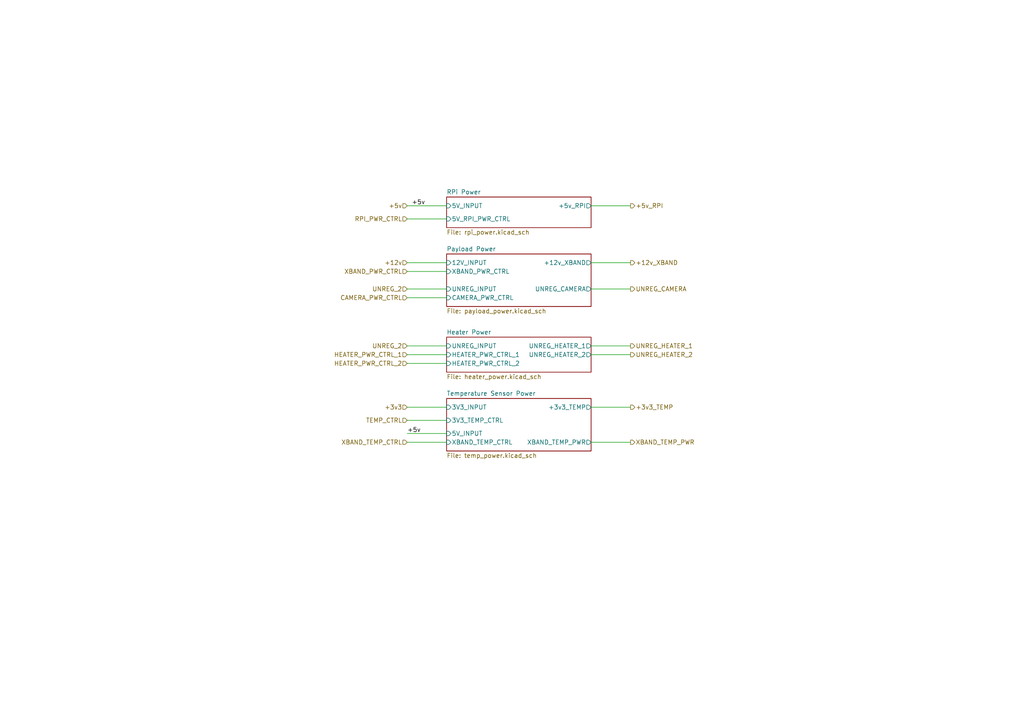
<source format=kicad_sch>
(kicad_sch (version 20230121) (generator eeschema)
  (paper "A4")
  (title_block (title "VERTECS CCB - Power Supplies") (date "2024-05-28") (rev "1.3") (company "Kyushu Institute of Technology") (comment 1 "See KITUSNE CCB schematic for reference"))
  (lib_symbols)
  (wire (pts (xy 171.45 76.2) (xy 182.88 76.2)))
  (wire (pts (xy 118.11 83.82) (xy 129.54 83.82)))
  (wire (pts (xy 118.11 105.41) (xy 129.54 105.41)))
  (wire (pts (xy 118.11 100.33) (xy 129.54 100.33)))
  (wire (pts (xy 171.45 118.11) (xy 182.88 118.11)))
  (wire (pts (xy 118.11 128.27) (xy 129.54 128.27)))
  (wire (pts (xy 171.45 102.87) (xy 182.88 102.87)))
  (wire (pts (xy 118.11 86.36) (xy 129.54 86.36)))
  (wire (pts (xy 118.11 102.87) (xy 129.54 102.87)))
  (wire (pts (xy 171.45 100.33) (xy 182.88 100.33)))
  (wire (pts (xy 118.11 118.11) (xy 129.54 118.11)))
  (wire (pts (xy 118.11 125.73) (xy 129.54 125.73)))
  (wire (pts (xy 171.45 59.69) (xy 182.88 59.69)))
  (wire (pts (xy 118.11 121.92) (xy 129.54 121.92)))
  (wire (pts (xy 118.11 76.2) (xy 129.54 76.2)))
  (wire (pts (xy 171.45 83.82) (xy 182.88 83.82)))
  (wire (pts (xy 171.45 128.27) (xy 182.88 128.27)))
  (wire (pts (xy 118.11 63.5) (xy 129.54 63.5)))
  (wire (pts (xy 118.11 78.74) (xy 129.54 78.74)))
  (wire (pts (xy 118.11 59.69) (xy 129.54 59.69)))
  (label "+5v" (at 118.11 125.73 0))
  (label "+5v" (at 119.38 59.69 0))
  (hierarchical_label "CAMERA_PWR_CTRL" (shape input) (at 118.11 86.36 180))
  (hierarchical_label "+12v" (shape input) (at 118.11 76.2 180))
  (hierarchical_label "HEATER_PWR_CTRL_2" (shape input) (at 118.11 105.41 180))
  (hierarchical_label "+3v3" (shape input) (at 118.11 118.11 180))
  (hierarchical_label "UNREG_HEATER_2" (shape output) (at 182.88 102.87 0))
  (hierarchical_label "XBAND_PWR_CTRL" (shape input) (at 118.11 78.74 180))
  (hierarchical_label "UNREG_CAMERA" (shape output) (at 182.88 83.82 0))
  (hierarchical_label "TEMP_CTRL" (shape input) (at 118.11 121.92 180))
  (hierarchical_label "UNREG_HEATER_1" (shape output) (at 182.88 100.33 0))
  (hierarchical_label "+3v3_TEMP" (shape output) (at 182.88 118.11 0))
  (hierarchical_label "UNREG_2" (shape input) (at 118.11 100.33 180))
  (hierarchical_label "HEATER_PWR_CTRL_1" (shape input) (at 118.11 102.87 180))
  (hierarchical_label "RPI_PWR_CTRL" (shape input) (at 118.11 63.5 180))
  (hierarchical_label "+12v_XBAND" (shape output) (at 182.88 76.2 0))
  (hierarchical_label "+5v_RPI" (shape output) (at 182.88 59.69 0))
  (hierarchical_label "UNREG_2" (shape input) (at 118.11 83.82 180))
  (hierarchical_label "+5v" (shape input) (at 118.11 59.69 180))
  (hierarchical_label "XBAND_TEMP_CTRL" (shape input) (at 118.11 128.27 180))
  (hierarchical_label "XBAND_TEMP_PWR" (shape output) (at 182.88 128.27 0))
  (sheet (at 129.54 73.66) (size 41.91 15.24) (stroke (width 0.1524))
    (property "Sheetname" "Payload Power" (at 129.54 72.9484 0) (effects (justify left bottom)))
    (property "Sheetfile" "payload_power.kicad_sch" (at 129.54 89.4846 0) (effects (justify left top)))
    (pin "XBAND_PWR_CTRL" input (at 129.54 78.74 180))
    (pin "UNREG_CAMERA" output (at 171.45 83.82 0))
    (pin "+12v_XBAND" output (at 171.45 76.2 0))
    (pin "CAMERA_PWR_CTRL" input (at 129.54 86.36 180))
    (pin "UNREG_INPUT" input (at 129.54 83.82 180))
    (pin "12V_INPUT" input (at 129.54 76.2 180))
  )
  (sheet (at 129.54 115.57) (size 41.91 15.24) (stroke (width 0.1524))
    (property "Sheetname" "Temperature Sensor Power" (at 129.54 114.8584 0) (effects (justify left bottom)))
    (property "Sheetfile" "temp_power.kicad_sch" (at 129.54 131.3946 0) (effects (justify left top)))
    (pin "+3v3_TEMP" output (at 171.45 118.11 0))
    (pin "3V3_INPUT" input (at 129.54 118.11 180))
    (pin "3V3_TEMP_CTRL" input (at 129.54 121.92 180))
    (pin "XBAND_TEMP_PWR" output (at 171.45 128.27 0))
    (pin "XBAND_TEMP_CTRL" input (at 129.54 128.27 180))
    (pin "5V_INPUT" input (at 129.54 125.73 180))
  )
  (sheet (at 129.54 57.15) (size 41.91 8.89) (stroke (width 0.1524))
    (property "Sheetname" "RPi Power" (at 129.54 56.4384 0) (effects (justify left bottom)))
    (property "Sheetfile" "rpi_power.kicad_sch" (at 129.54 66.6246 0) (effects (justify left top)))
    (pin "5V_INPUT" input (at 129.54 59.69 180))
    (pin "5V_RPI_PWR_CTRL" input (at 129.54 63.5 180))
    (pin "+5v_RPI" output (at 171.45 59.69 0))
  )
  (sheet (at 129.54 97.79) (size 41.91 10.16) (stroke (width 0.1524))
    (property "Sheetname" "Heater Power" (at 129.54 97.0784 0) (effects (justify left bottom)))
    (property "Sheetfile" "heater_power.kicad_sch" (at 129.54 108.5346 0) (effects (justify left top)))
    (pin "UNREG_HEATER_2" output (at 171.45 102.87 0))
    (pin "UNREG_HEATER_1" output (at 171.45 100.33 0))
    (pin "HEATER_PWR_CTRL_1" input (at 129.54 102.87 180))
    (pin "UNREG_INPUT" input (at 129.54 100.33 180))
    (pin "HEATER_PWR_CTRL_2" input (at 129.54 105.41 180))
  )
)
</source>
